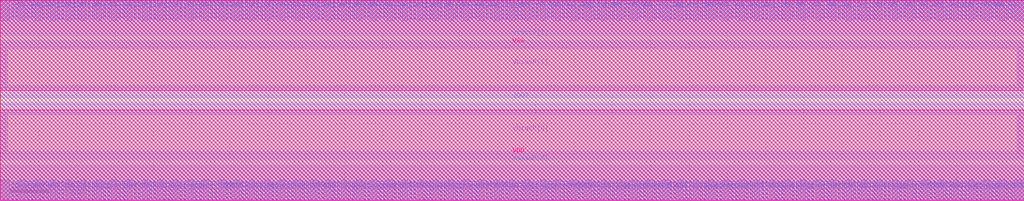
<source format=lef>
VERSION 5.7 ;
  NOWIREEXTENSIONATPIN ON ;
  DIVIDERCHAR "/" ;
  BUSBITCHARS "[]" ;
MACRO dac128module
  CLASS BLOCK ;
  FOREIGN dac128module ;
  ORIGIN 0.000 0.070 ;
  SIZE 133.800 BY 26.330 ;
  PIN VbiasP[1]
    ANTENNAGATEAREA 478.500000 ;
    ANTENNADIFFAREA 5.010000 ;
    PORT
      LAYER Metal1 ;
        RECT 0.900 14.950 132.900 19.880 ;
    END
  END VbiasP[1]
  PIN IOUT
    ANTENNADIFFAREA 66.047997 ;
    PORT
      LAYER Metal1 ;
        RECT 0.000 12.745 133.800 13.445 ;
    END
  END IOUT
  PIN VbiasP[0]
    ANTENNAGATEAREA 478.500000 ;
    ANTENNADIFFAREA 5.010000 ;
    PORT
      LAYER Metal1 ;
        RECT 0.900 6.310 132.900 11.240 ;
    END
  END VbiasP[0]
  PIN ON[64]
    ANTENNAGATEAREA 0.039000 ;
    PORT
      LAYER Metal2 ;
        RECT 130.030 23.715 130.320 26.190 ;
    END
  END ON[64]
  PIN ONB[64]
    ANTENNAGATEAREA 0.039000 ;
    PORT
      LAYER Metal2 ;
        RECT 129.480 23.715 129.770 26.190 ;
    END
  END ONB[64]
  PIN ON[65]
    ANTENNAGATEAREA 0.039000 ;
    PORT
      LAYER Metal2 ;
        RECT 128.030 23.715 128.320 26.190 ;
    END
  END ON[65]
  PIN ONB[65]
    ANTENNAGATEAREA 0.039000 ;
    PORT
      LAYER Metal2 ;
        RECT 127.480 23.715 127.770 26.190 ;
    END
  END ONB[65]
  PIN ON[66]
    ANTENNAGATEAREA 0.039000 ;
    PORT
      LAYER Metal2 ;
        RECT 126.030 23.715 126.320 26.190 ;
    END
  END ON[66]
  PIN ONB[66]
    ANTENNAGATEAREA 0.039000 ;
    PORT
      LAYER Metal2 ;
        RECT 125.480 23.715 125.770 26.190 ;
    END
  END ONB[66]
  PIN ON[67]
    ANTENNAGATEAREA 0.039000 ;
    PORT
      LAYER Metal2 ;
        RECT 124.030 23.715 124.320 26.190 ;
    END
  END ON[67]
  PIN ONB[67]
    ANTENNAGATEAREA 0.039000 ;
    PORT
      LAYER Metal2 ;
        RECT 123.480 23.715 123.770 26.190 ;
    END
  END ONB[67]
  PIN ON[68]
    ANTENNAGATEAREA 0.039000 ;
    PORT
      LAYER Metal2 ;
        RECT 122.030 23.715 122.320 26.190 ;
    END
  END ON[68]
  PIN ONB[68]
    ANTENNAGATEAREA 0.039000 ;
    PORT
      LAYER Metal2 ;
        RECT 121.480 23.715 121.770 26.190 ;
    END
  END ONB[68]
  PIN ON[69]
    ANTENNAGATEAREA 0.039000 ;
    PORT
      LAYER Metal2 ;
        RECT 120.030 23.715 120.320 26.190 ;
    END
  END ON[69]
  PIN ONB[69]
    ANTENNAGATEAREA 0.039000 ;
    PORT
      LAYER Metal2 ;
        RECT 119.480 23.715 119.770 26.190 ;
    END
  END ONB[69]
  PIN ON[70]
    ANTENNAGATEAREA 0.039000 ;
    PORT
      LAYER Metal2 ;
        RECT 118.030 23.715 118.320 26.190 ;
    END
  END ON[70]
  PIN ONB[70]
    ANTENNAGATEAREA 0.039000 ;
    PORT
      LAYER Metal2 ;
        RECT 117.480 23.715 117.770 26.190 ;
    END
  END ONB[70]
  PIN ON[71]
    ANTENNAGATEAREA 0.039000 ;
    PORT
      LAYER Metal2 ;
        RECT 116.030 23.715 116.320 26.190 ;
    END
  END ON[71]
  PIN ONB[71]
    ANTENNAGATEAREA 0.039000 ;
    PORT
      LAYER Metal2 ;
        RECT 115.480 23.715 115.770 26.190 ;
    END
  END ONB[71]
  PIN ON[72]
    ANTENNAGATEAREA 0.039000 ;
    PORT
      LAYER Metal2 ;
        RECT 114.030 23.715 114.320 26.190 ;
    END
  END ON[72]
  PIN ONB[72]
    ANTENNAGATEAREA 0.039000 ;
    PORT
      LAYER Metal2 ;
        RECT 113.480 23.715 113.770 26.190 ;
    END
  END ONB[72]
  PIN EN[2]
    ANTENNAGATEAREA 0.039000 ;
    PORT
      LAYER Metal2 ;
        RECT 132.030 23.715 132.320 26.190 ;
    END
  END EN[2]
  PIN ENB[2]
    ANTENNAGATEAREA 0.039000 ;
    PORT
      LAYER Metal2 ;
        RECT 131.480 23.715 131.770 26.190 ;
    END
  END ENB[2]
  PIN ON[73]
    ANTENNAGATEAREA 0.039000 ;
    PORT
      LAYER Metal2 ;
        RECT 112.030 23.715 112.320 26.190 ;
    END
  END ON[73]
  PIN ONB[73]
    ANTENNAGATEAREA 0.039000 ;
    PORT
      LAYER Metal2 ;
        RECT 111.480 23.715 111.770 26.190 ;
    END
  END ONB[73]
  PIN ON[74]
    ANTENNAGATEAREA 0.039000 ;
    PORT
      LAYER Metal2 ;
        RECT 110.030 23.715 110.320 26.190 ;
    END
  END ON[74]
  PIN ONB[74]
    ANTENNAGATEAREA 0.039000 ;
    PORT
      LAYER Metal2 ;
        RECT 109.480 23.715 109.770 26.190 ;
    END
  END ONB[74]
  PIN ON[75]
    ANTENNAGATEAREA 0.039000 ;
    PORT
      LAYER Metal2 ;
        RECT 108.030 23.715 108.320 26.190 ;
    END
  END ON[75]
  PIN ONB[75]
    ANTENNAGATEAREA 0.039000 ;
    PORT
      LAYER Metal2 ;
        RECT 107.480 23.715 107.770 26.190 ;
    END
  END ONB[75]
  PIN ON[76]
    ANTENNAGATEAREA 0.039000 ;
    PORT
      LAYER Metal2 ;
        RECT 106.030 23.715 106.320 26.190 ;
    END
  END ON[76]
  PIN ONB[76]
    ANTENNAGATEAREA 0.039000 ;
    PORT
      LAYER Metal2 ;
        RECT 105.480 23.715 105.770 26.190 ;
    END
  END ONB[76]
  PIN ON[77]
    ANTENNAGATEAREA 0.039000 ;
    PORT
      LAYER Metal2 ;
        RECT 104.030 23.715 104.320 26.190 ;
    END
  END ON[77]
  PIN ONB[77]
    ANTENNAGATEAREA 0.039000 ;
    PORT
      LAYER Metal2 ;
        RECT 103.480 23.715 103.770 26.190 ;
    END
  END ONB[77]
  PIN ON[78]
    ANTENNAGATEAREA 0.039000 ;
    PORT
      LAYER Metal2 ;
        RECT 102.030 23.715 102.320 26.190 ;
    END
  END ON[78]
  PIN ONB[78]
    ANTENNAGATEAREA 0.039000 ;
    PORT
      LAYER Metal2 ;
        RECT 101.480 23.715 101.770 26.190 ;
    END
  END ONB[78]
  PIN ON[79]
    ANTENNAGATEAREA 0.039000 ;
    PORT
      LAYER Metal2 ;
        RECT 100.030 23.715 100.320 26.190 ;
    END
  END ON[79]
  PIN ONB[79]
    ANTENNAGATEAREA 0.039000 ;
    PORT
      LAYER Metal2 ;
        RECT 99.480 23.715 99.770 26.190 ;
    END
  END ONB[79]
  PIN ON[80]
    ANTENNAGATEAREA 0.039000 ;
    PORT
      LAYER Metal2 ;
        RECT 98.030 23.715 98.320 26.190 ;
    END
  END ON[80]
  PIN ONB[80]
    ANTENNAGATEAREA 0.039000 ;
    PORT
      LAYER Metal2 ;
        RECT 97.480 23.715 97.770 26.190 ;
    END
  END ONB[80]
  PIN ON[81]
    ANTENNAGATEAREA 0.039000 ;
    PORT
      LAYER Metal2 ;
        RECT 96.030 23.715 96.320 26.190 ;
    END
  END ON[81]
  PIN ONB[81]
    ANTENNAGATEAREA 0.039000 ;
    PORT
      LAYER Metal2 ;
        RECT 95.480 23.715 95.770 26.190 ;
    END
  END ONB[81]
  PIN ON[82]
    ANTENNAGATEAREA 0.039000 ;
    PORT
      LAYER Metal2 ;
        RECT 94.030 23.715 94.320 26.190 ;
    END
  END ON[82]
  PIN ONB[82]
    ANTENNAGATEAREA 0.039000 ;
    PORT
      LAYER Metal2 ;
        RECT 93.480 23.715 93.770 26.190 ;
    END
  END ONB[82]
  PIN ON[83]
    ANTENNAGATEAREA 0.039000 ;
    PORT
      LAYER Metal2 ;
        RECT 92.030 23.715 92.320 26.190 ;
    END
  END ON[83]
  PIN ONB[83]
    ANTENNAGATEAREA 0.039000 ;
    PORT
      LAYER Metal2 ;
        RECT 91.480 23.715 91.770 26.190 ;
    END
  END ONB[83]
  PIN ON[84]
    ANTENNAGATEAREA 0.039000 ;
    PORT
      LAYER Metal2 ;
        RECT 90.030 23.715 90.320 26.190 ;
    END
  END ON[84]
  PIN ONB[84]
    ANTENNAGATEAREA 0.039000 ;
    PORT
      LAYER Metal2 ;
        RECT 89.480 23.715 89.770 26.190 ;
    END
  END ONB[84]
  PIN ON[85]
    ANTENNAGATEAREA 0.039000 ;
    PORT
      LAYER Metal2 ;
        RECT 88.030 23.715 88.320 26.190 ;
    END
  END ON[85]
  PIN ONB[85]
    ANTENNAGATEAREA 0.039000 ;
    PORT
      LAYER Metal2 ;
        RECT 87.480 23.715 87.770 26.190 ;
    END
  END ONB[85]
  PIN ON[86]
    ANTENNAGATEAREA 0.039000 ;
    PORT
      LAYER Metal2 ;
        RECT 86.030 23.715 86.320 26.190 ;
    END
  END ON[86]
  PIN ONB[86]
    ANTENNAGATEAREA 0.039000 ;
    PORT
      LAYER Metal2 ;
        RECT 85.480 23.715 85.770 26.190 ;
    END
  END ONB[86]
  PIN ON[87]
    ANTENNAGATEAREA 0.039000 ;
    PORT
      LAYER Metal2 ;
        RECT 84.030 23.715 84.320 26.190 ;
    END
  END ON[87]
  PIN ONB[87]
    ANTENNAGATEAREA 0.039000 ;
    PORT
      LAYER Metal2 ;
        RECT 83.480 23.715 83.770 26.190 ;
    END
  END ONB[87]
  PIN ON[88]
    ANTENNAGATEAREA 0.039000 ;
    PORT
      LAYER Metal2 ;
        RECT 82.030 23.715 82.320 26.190 ;
    END
  END ON[88]
  PIN ONB[88]
    ANTENNAGATEAREA 0.039000 ;
    PORT
      LAYER Metal2 ;
        RECT 81.480 23.715 81.770 26.190 ;
    END
  END ONB[88]
  PIN ON[89]
    ANTENNAGATEAREA 0.039000 ;
    PORT
      LAYER Metal2 ;
        RECT 80.030 23.715 80.320 26.190 ;
    END
  END ON[89]
  PIN ONB[89]
    ANTENNAGATEAREA 0.039000 ;
    PORT
      LAYER Metal2 ;
        RECT 79.480 23.715 79.770 26.190 ;
    END
  END ONB[89]
  PIN ON[90]
    ANTENNAGATEAREA 0.039000 ;
    PORT
      LAYER Metal2 ;
        RECT 78.030 23.715 78.320 26.190 ;
    END
  END ON[90]
  PIN ONB[90]
    ANTENNAGATEAREA 0.039000 ;
    PORT
      LAYER Metal2 ;
        RECT 77.480 23.715 77.770 26.190 ;
    END
  END ONB[90]
  PIN ON[91]
    ANTENNAGATEAREA 0.039000 ;
    PORT
      LAYER Metal2 ;
        RECT 76.030 23.715 76.320 26.190 ;
    END
  END ON[91]
  PIN ONB[91]
    ANTENNAGATEAREA 0.039000 ;
    PORT
      LAYER Metal2 ;
        RECT 75.480 23.715 75.770 26.190 ;
    END
  END ONB[91]
  PIN ON[92]
    ANTENNAGATEAREA 0.039000 ;
    PORT
      LAYER Metal2 ;
        RECT 74.030 23.715 74.320 26.190 ;
    END
  END ON[92]
  PIN ONB[92]
    ANTENNAGATEAREA 0.039000 ;
    PORT
      LAYER Metal2 ;
        RECT 73.480 23.715 73.770 26.190 ;
    END
  END ONB[92]
  PIN ON[93]
    ANTENNAGATEAREA 0.039000 ;
    PORT
      LAYER Metal2 ;
        RECT 72.030 23.715 72.320 26.190 ;
    END
  END ON[93]
  PIN ONB[93]
    ANTENNAGATEAREA 0.039000 ;
    PORT
      LAYER Metal2 ;
        RECT 71.480 23.715 71.770 26.190 ;
    END
  END ONB[93]
  PIN ON[94]
    ANTENNAGATEAREA 0.039000 ;
    PORT
      LAYER Metal2 ;
        RECT 70.030 23.715 70.320 26.190 ;
    END
  END ON[94]
  PIN ONB[94]
    ANTENNAGATEAREA 0.039000 ;
    PORT
      LAYER Metal2 ;
        RECT 69.480 23.715 69.770 26.190 ;
    END
  END ONB[94]
  PIN ON[95]
    ANTENNAGATEAREA 0.039000 ;
    PORT
      LAYER Metal2 ;
        RECT 68.030 23.715 68.320 26.190 ;
    END
  END ON[95]
  PIN ONB[95]
    ANTENNAGATEAREA 0.039000 ;
    PORT
      LAYER Metal2 ;
        RECT 67.480 23.715 67.770 26.190 ;
    END
  END ONB[95]
  PIN ON[96]
    ANTENNAGATEAREA 0.039000 ;
    PORT
      LAYER Metal2 ;
        RECT 66.030 23.715 66.320 26.190 ;
    END
  END ON[96]
  PIN ONB[96]
    ANTENNAGATEAREA 0.039000 ;
    PORT
      LAYER Metal2 ;
        RECT 65.480 23.715 65.770 26.190 ;
    END
  END ONB[96]
  PIN ON[97]
    ANTENNAGATEAREA 0.039000 ;
    PORT
      LAYER Metal2 ;
        RECT 64.030 23.715 64.320 26.190 ;
    END
  END ON[97]
  PIN ONB[97]
    ANTENNAGATEAREA 0.039000 ;
    PORT
      LAYER Metal2 ;
        RECT 63.480 23.715 63.770 26.190 ;
    END
  END ONB[97]
  PIN ON[98]
    ANTENNAGATEAREA 0.039000 ;
    PORT
      LAYER Metal2 ;
        RECT 62.030 23.715 62.320 26.190 ;
    END
  END ON[98]
  PIN ONB[98]
    ANTENNAGATEAREA 0.039000 ;
    PORT
      LAYER Metal2 ;
        RECT 61.480 23.715 61.770 26.190 ;
    END
  END ONB[98]
  PIN ON[99]
    ANTENNAGATEAREA 0.039000 ;
    PORT
      LAYER Metal2 ;
        RECT 60.030 23.715 60.320 26.190 ;
    END
  END ON[99]
  PIN ONB[99]
    ANTENNAGATEAREA 0.039000 ;
    PORT
      LAYER Metal2 ;
        RECT 59.480 23.715 59.770 26.190 ;
    END
  END ONB[99]
  PIN ON[100]
    ANTENNAGATEAREA 0.039000 ;
    PORT
      LAYER Metal2 ;
        RECT 58.030 23.715 58.320 26.190 ;
    END
  END ON[100]
  PIN ONB[100]
    ANTENNAGATEAREA 0.039000 ;
    PORT
      LAYER Metal2 ;
        RECT 57.480 23.715 57.770 26.190 ;
    END
  END ONB[100]
  PIN ON[101]
    ANTENNAGATEAREA 0.039000 ;
    PORT
      LAYER Metal2 ;
        RECT 56.030 23.715 56.320 26.190 ;
    END
  END ON[101]
  PIN ONB[101]
    ANTENNAGATEAREA 0.039000 ;
    PORT
      LAYER Metal2 ;
        RECT 55.480 23.715 55.770 26.190 ;
    END
  END ONB[101]
  PIN ON[102]
    ANTENNAGATEAREA 0.039000 ;
    PORT
      LAYER Metal2 ;
        RECT 54.030 23.715 54.320 26.190 ;
    END
  END ON[102]
  PIN ONB[102]
    ANTENNAGATEAREA 0.039000 ;
    PORT
      LAYER Metal2 ;
        RECT 53.480 23.715 53.770 26.190 ;
    END
  END ONB[102]
  PIN ON[103]
    ANTENNAGATEAREA 0.039000 ;
    PORT
      LAYER Metal2 ;
        RECT 52.030 23.715 52.320 26.190 ;
    END
  END ON[103]
  PIN ONB[103]
    ANTENNAGATEAREA 0.039000 ;
    PORT
      LAYER Metal2 ;
        RECT 51.480 23.715 51.770 26.190 ;
    END
  END ONB[103]
  PIN ON[104]
    ANTENNAGATEAREA 0.039000 ;
    PORT
      LAYER Metal2 ;
        RECT 50.030 23.715 50.320 26.190 ;
    END
  END ON[104]
  PIN ONB[104]
    ANTENNAGATEAREA 0.039000 ;
    PORT
      LAYER Metal2 ;
        RECT 49.480 23.715 49.770 26.190 ;
    END
  END ONB[104]
  PIN ON[105]
    ANTENNAGATEAREA 0.039000 ;
    PORT
      LAYER Metal2 ;
        RECT 48.030 23.715 48.320 26.190 ;
    END
  END ON[105]
  PIN ONB[105]
    ANTENNAGATEAREA 0.039000 ;
    PORT
      LAYER Metal2 ;
        RECT 47.480 23.715 47.770 26.190 ;
    END
  END ONB[105]
  PIN ON[106]
    ANTENNAGATEAREA 0.039000 ;
    PORT
      LAYER Metal2 ;
        RECT 46.030 23.715 46.320 26.190 ;
    END
  END ON[106]
  PIN ONB[106]
    ANTENNAGATEAREA 0.039000 ;
    PORT
      LAYER Metal2 ;
        RECT 45.480 23.715 45.770 26.190 ;
    END
  END ONB[106]
  PIN ON[107]
    ANTENNAGATEAREA 0.039000 ;
    PORT
      LAYER Metal2 ;
        RECT 44.030 23.715 44.320 26.190 ;
    END
  END ON[107]
  PIN ONB[107]
    ANTENNAGATEAREA 0.039000 ;
    PORT
      LAYER Metal2 ;
        RECT 43.480 23.715 43.770 26.190 ;
    END
  END ONB[107]
  PIN ON[108]
    ANTENNAGATEAREA 0.039000 ;
    PORT
      LAYER Metal2 ;
        RECT 42.030 23.715 42.320 26.190 ;
    END
  END ON[108]
  PIN ONB[108]
    ANTENNAGATEAREA 0.039000 ;
    PORT
      LAYER Metal2 ;
        RECT 41.480 23.715 41.770 26.190 ;
    END
  END ONB[108]
  PIN ON[109]
    ANTENNAGATEAREA 0.039000 ;
    PORT
      LAYER Metal2 ;
        RECT 40.030 23.715 40.320 26.190 ;
    END
  END ON[109]
  PIN ONB[109]
    ANTENNAGATEAREA 0.039000 ;
    PORT
      LAYER Metal2 ;
        RECT 39.480 23.715 39.770 26.190 ;
    END
  END ONB[109]
  PIN ON[110]
    ANTENNAGATEAREA 0.039000 ;
    PORT
      LAYER Metal2 ;
        RECT 38.030 23.715 38.320 26.190 ;
    END
  END ON[110]
  PIN ONB[110]
    ANTENNAGATEAREA 0.039000 ;
    PORT
      LAYER Metal2 ;
        RECT 37.480 23.715 37.770 26.190 ;
    END
  END ONB[110]
  PIN ON[111]
    ANTENNAGATEAREA 0.039000 ;
    PORT
      LAYER Metal2 ;
        RECT 36.030 23.715 36.320 26.190 ;
    END
  END ON[111]
  PIN ONB[111]
    ANTENNAGATEAREA 0.039000 ;
    PORT
      LAYER Metal2 ;
        RECT 35.480 23.715 35.770 26.190 ;
    END
  END ONB[111]
  PIN ON[112]
    ANTENNAGATEAREA 0.039000 ;
    PORT
      LAYER Metal2 ;
        RECT 34.030 23.715 34.320 26.190 ;
    END
  END ON[112]
  PIN ONB[112]
    ANTENNAGATEAREA 0.039000 ;
    PORT
      LAYER Metal2 ;
        RECT 33.480 23.715 33.770 26.190 ;
    END
  END ONB[112]
  PIN ON[113]
    ANTENNAGATEAREA 0.039000 ;
    PORT
      LAYER Metal2 ;
        RECT 32.030 23.715 32.320 26.190 ;
    END
  END ON[113]
  PIN ONB[113]
    ANTENNAGATEAREA 0.039000 ;
    PORT
      LAYER Metal2 ;
        RECT 31.480 23.715 31.770 26.190 ;
    END
  END ONB[113]
  PIN ON[114]
    ANTENNAGATEAREA 0.039000 ;
    PORT
      LAYER Metal2 ;
        RECT 30.030 23.715 30.320 26.190 ;
    END
  END ON[114]
  PIN ONB[114]
    ANTENNAGATEAREA 0.039000 ;
    PORT
      LAYER Metal2 ;
        RECT 29.480 23.715 29.770 26.190 ;
    END
  END ONB[114]
  PIN ON[115]
    ANTENNAGATEAREA 0.039000 ;
    PORT
      LAYER Metal2 ;
        RECT 28.030 23.715 28.320 26.190 ;
    END
  END ON[115]
  PIN ONB[115]
    ANTENNAGATEAREA 0.039000 ;
    PORT
      LAYER Metal2 ;
        RECT 27.480 23.715 27.770 26.190 ;
    END
  END ONB[115]
  PIN ON[116]
    ANTENNAGATEAREA 0.039000 ;
    PORT
      LAYER Metal2 ;
        RECT 26.030 23.715 26.320 26.190 ;
    END
  END ON[116]
  PIN ONB[116]
    ANTENNAGATEAREA 0.039000 ;
    PORT
      LAYER Metal2 ;
        RECT 25.480 23.715 25.770 26.190 ;
    END
  END ONB[116]
  PIN ON[117]
    ANTENNAGATEAREA 0.039000 ;
    PORT
      LAYER Metal2 ;
        RECT 24.030 23.715 24.320 26.190 ;
    END
  END ON[117]
  PIN ONB[117]
    ANTENNAGATEAREA 0.039000 ;
    PORT
      LAYER Metal2 ;
        RECT 23.480 23.715 23.770 26.190 ;
    END
  END ONB[117]
  PIN ON[118]
    ANTENNAGATEAREA 0.039000 ;
    PORT
      LAYER Metal2 ;
        RECT 22.030 23.715 22.320 26.190 ;
    END
  END ON[118]
  PIN ONB[118]
    ANTENNAGATEAREA 0.039000 ;
    PORT
      LAYER Metal2 ;
        RECT 21.480 23.715 21.770 26.190 ;
    END
  END ONB[118]
  PIN ON[119]
    ANTENNAGATEAREA 0.039000 ;
    PORT
      LAYER Metal2 ;
        RECT 20.030 23.715 20.320 26.190 ;
    END
  END ON[119]
  PIN ONB[119]
    ANTENNAGATEAREA 0.039000 ;
    PORT
      LAYER Metal2 ;
        RECT 19.480 23.715 19.770 26.190 ;
    END
  END ONB[119]
  PIN ON[120]
    ANTENNAGATEAREA 0.039000 ;
    PORT
      LAYER Metal2 ;
        RECT 18.030 23.715 18.320 26.190 ;
    END
  END ON[120]
  PIN ONB[120]
    ANTENNAGATEAREA 0.039000 ;
    PORT
      LAYER Metal2 ;
        RECT 17.480 23.715 17.770 26.190 ;
    END
  END ONB[120]
  PIN ON[121]
    ANTENNAGATEAREA 0.039000 ;
    PORT
      LAYER Metal2 ;
        RECT 16.030 23.715 16.320 26.190 ;
    END
  END ON[121]
  PIN ONB[121]
    ANTENNAGATEAREA 0.039000 ;
    PORT
      LAYER Metal2 ;
        RECT 15.480 23.715 15.770 26.190 ;
    END
  END ONB[121]
  PIN ON[122]
    ANTENNAGATEAREA 0.039000 ;
    PORT
      LAYER Metal2 ;
        RECT 14.030 23.715 14.320 26.190 ;
    END
  END ON[122]
  PIN ONB[122]
    ANTENNAGATEAREA 0.039000 ;
    PORT
      LAYER Metal2 ;
        RECT 13.480 23.715 13.770 26.190 ;
    END
  END ONB[122]
  PIN EN[3]
    ANTENNAGATEAREA 0.039000 ;
    PORT
      LAYER Metal2 ;
        RECT 2.030 23.715 2.320 26.190 ;
    END
  END EN[3]
  PIN ENB[3]
    ANTENNAGATEAREA 0.039000 ;
    PORT
      LAYER Metal2 ;
        RECT 1.480 23.715 1.770 26.190 ;
    END
  END ENB[3]
  PIN ON[123]
    ANTENNAGATEAREA 0.039000 ;
    PORT
      LAYER Metal2 ;
        RECT 12.030 23.715 12.320 26.190 ;
    END
  END ON[123]
  PIN ONB[123]
    ANTENNAGATEAREA 0.039000 ;
    PORT
      LAYER Metal2 ;
        RECT 11.480 23.715 11.770 26.190 ;
    END
  END ONB[123]
  PIN ON[124]
    ANTENNAGATEAREA 0.039000 ;
    PORT
      LAYER Metal2 ;
        RECT 10.030 23.715 10.320 26.190 ;
    END
  END ON[124]
  PIN ONB[124]
    ANTENNAGATEAREA 0.039000 ;
    PORT
      LAYER Metal2 ;
        RECT 9.480 23.715 9.770 26.190 ;
    END
  END ONB[124]
  PIN ON[125]
    ANTENNAGATEAREA 0.039000 ;
    PORT
      LAYER Metal2 ;
        RECT 8.030 23.715 8.320 26.190 ;
    END
  END ON[125]
  PIN ONB[125]
    ANTENNAGATEAREA 0.039000 ;
    PORT
      LAYER Metal2 ;
        RECT 7.480 23.715 7.770 26.190 ;
    END
  END ONB[125]
  PIN ON[126]
    ANTENNAGATEAREA 0.039000 ;
    PORT
      LAYER Metal2 ;
        RECT 6.030 23.715 6.320 26.190 ;
    END
  END ON[126]
  PIN ONB[126]
    ANTENNAGATEAREA 0.039000 ;
    PORT
      LAYER Metal2 ;
        RECT 5.480 23.715 5.770 26.190 ;
    END
  END ONB[126]
  PIN ON[127]
    ANTENNAGATEAREA 0.039000 ;
    PORT
      LAYER Metal2 ;
        RECT 4.030 23.715 4.320 26.190 ;
    END
  END ON[127]
  PIN ONB[127]
    ANTENNAGATEAREA 0.039000 ;
    PORT
      LAYER Metal2 ;
        RECT 3.480 23.715 3.770 26.190 ;
    END
  END ONB[127]
  PIN ON[0]
    ANTENNAGATEAREA 0.039000 ;
    PORT
      LAYER Metal2 ;
        RECT 3.480 0.000 3.770 2.475 ;
    END
  END ON[0]
  PIN ONB[0]
    ANTENNAGATEAREA 0.039000 ;
    PORT
      LAYER Metal2 ;
        RECT 4.030 0.000 4.320 2.475 ;
    END
  END ONB[0]
  PIN ON[1]
    ANTENNAGATEAREA 0.039000 ;
    PORT
      LAYER Metal2 ;
        RECT 5.480 0.000 5.770 2.475 ;
    END
  END ON[1]
  PIN ONB[1]
    ANTENNAGATEAREA 0.039000 ;
    PORT
      LAYER Metal2 ;
        RECT 6.030 0.000 6.320 2.475 ;
    END
  END ONB[1]
  PIN ON[2]
    ANTENNAGATEAREA 0.039000 ;
    PORT
      LAYER Metal2 ;
        RECT 7.480 0.000 7.770 2.475 ;
    END
  END ON[2]
  PIN ONB[2]
    ANTENNAGATEAREA 0.039000 ;
    PORT
      LAYER Metal2 ;
        RECT 8.030 0.000 8.320 2.475 ;
    END
  END ONB[2]
  PIN ON[3]
    ANTENNAGATEAREA 0.039000 ;
    PORT
      LAYER Metal2 ;
        RECT 9.480 0.000 9.770 2.475 ;
    END
  END ON[3]
  PIN ONB[3]
    ANTENNAGATEAREA 0.039000 ;
    PORT
      LAYER Metal2 ;
        RECT 10.030 0.000 10.320 2.475 ;
    END
  END ONB[3]
  PIN ON[4]
    ANTENNAGATEAREA 0.039000 ;
    PORT
      LAYER Metal2 ;
        RECT 11.480 0.000 11.770 2.475 ;
    END
  END ON[4]
  PIN ONB[4]
    ANTENNAGATEAREA 0.039000 ;
    PORT
      LAYER Metal2 ;
        RECT 12.030 0.000 12.320 2.475 ;
    END
  END ONB[4]
  PIN ON[5]
    ANTENNAGATEAREA 0.039000 ;
    PORT
      LAYER Metal2 ;
        RECT 13.480 0.000 13.770 2.475 ;
    END
  END ON[5]
  PIN ONB[5]
    ANTENNAGATEAREA 0.039000 ;
    PORT
      LAYER Metal2 ;
        RECT 14.030 0.000 14.320 2.475 ;
    END
  END ONB[5]
  PIN ON[6]
    ANTENNAGATEAREA 0.039000 ;
    PORT
      LAYER Metal2 ;
        RECT 15.480 0.000 15.770 2.475 ;
    END
  END ON[6]
  PIN EN[0]
    ANTENNAGATEAREA 0.039000 ;
    PORT
      LAYER Metal2 ;
        RECT 1.480 0.000 1.770 2.475 ;
    END
  END EN[0]
  PIN ENB[0]
    ANTENNAGATEAREA 0.039000 ;
    PORT
      LAYER Metal2 ;
        RECT 2.030 0.000 2.320 2.475 ;
    END
  END ENB[0]
  PIN ONB[6]
    ANTENNAGATEAREA 0.039000 ;
    PORT
      LAYER Metal2 ;
        RECT 16.030 0.000 16.320 2.475 ;
    END
  END ONB[6]
  PIN ON[7]
    ANTENNAGATEAREA 0.039000 ;
    PORT
      LAYER Metal2 ;
        RECT 17.480 0.000 17.770 2.475 ;
    END
  END ON[7]
  PIN ONB[7]
    ANTENNAGATEAREA 0.039000 ;
    PORT
      LAYER Metal2 ;
        RECT 18.030 0.000 18.320 2.475 ;
    END
  END ONB[7]
  PIN ON[8]
    ANTENNAGATEAREA 0.039000 ;
    PORT
      LAYER Metal2 ;
        RECT 19.480 0.000 19.770 2.475 ;
    END
  END ON[8]
  PIN ONB[8]
    ANTENNAGATEAREA 0.039000 ;
    PORT
      LAYER Metal2 ;
        RECT 20.030 0.000 20.320 2.475 ;
    END
  END ONB[8]
  PIN ON[9]
    ANTENNAGATEAREA 0.039000 ;
    PORT
      LAYER Metal2 ;
        RECT 21.480 0.000 21.770 2.475 ;
    END
  END ON[9]
  PIN ONB[9]
    ANTENNAGATEAREA 0.039000 ;
    PORT
      LAYER Metal2 ;
        RECT 22.030 0.000 22.320 2.475 ;
    END
  END ONB[9]
  PIN ON[10]
    ANTENNAGATEAREA 0.039000 ;
    PORT
      LAYER Metal2 ;
        RECT 23.480 0.000 23.770 2.475 ;
    END
  END ON[10]
  PIN ONB[10]
    ANTENNAGATEAREA 0.039000 ;
    PORT
      LAYER Metal2 ;
        RECT 24.030 0.000 24.320 2.475 ;
    END
  END ONB[10]
  PIN ON[11]
    ANTENNAGATEAREA 0.039000 ;
    PORT
      LAYER Metal2 ;
        RECT 25.480 0.000 25.770 2.475 ;
    END
  END ON[11]
  PIN ONB[11]
    ANTENNAGATEAREA 0.039000 ;
    PORT
      LAYER Metal2 ;
        RECT 26.030 0.000 26.320 2.475 ;
    END
  END ONB[11]
  PIN ON[12]
    ANTENNAGATEAREA 0.039000 ;
    PORT
      LAYER Metal2 ;
        RECT 27.480 0.000 27.770 2.475 ;
    END
  END ON[12]
  PIN ONB[12]
    ANTENNAGATEAREA 0.039000 ;
    PORT
      LAYER Metal2 ;
        RECT 28.030 0.000 28.320 2.475 ;
    END
  END ONB[12]
  PIN ON[13]
    ANTENNAGATEAREA 0.039000 ;
    PORT
      LAYER Metal2 ;
        RECT 29.480 0.000 29.770 2.475 ;
    END
  END ON[13]
  PIN ONB[13]
    ANTENNAGATEAREA 0.039000 ;
    PORT
      LAYER Metal2 ;
        RECT 30.030 0.000 30.320 2.475 ;
    END
  END ONB[13]
  PIN ON[14]
    ANTENNAGATEAREA 0.039000 ;
    PORT
      LAYER Metal2 ;
        RECT 31.480 0.000 31.770 2.475 ;
    END
  END ON[14]
  PIN ONB[14]
    ANTENNAGATEAREA 0.039000 ;
    PORT
      LAYER Metal2 ;
        RECT 32.030 0.000 32.320 2.475 ;
    END
  END ONB[14]
  PIN ON[15]
    ANTENNAGATEAREA 0.039000 ;
    PORT
      LAYER Metal2 ;
        RECT 33.480 0.000 33.770 2.475 ;
    END
  END ON[15]
  PIN ONB[15]
    ANTENNAGATEAREA 0.039000 ;
    PORT
      LAYER Metal2 ;
        RECT 34.030 0.000 34.320 2.475 ;
    END
  END ONB[15]
  PIN ON[16]
    ANTENNAGATEAREA 0.039000 ;
    PORT
      LAYER Metal2 ;
        RECT 35.480 0.000 35.770 2.475 ;
    END
  END ON[16]
  PIN ONB[16]
    ANTENNAGATEAREA 0.039000 ;
    PORT
      LAYER Metal2 ;
        RECT 36.030 0.000 36.320 2.475 ;
    END
  END ONB[16]
  PIN ON[17]
    ANTENNAGATEAREA 0.039000 ;
    PORT
      LAYER Metal2 ;
        RECT 37.480 0.000 37.770 2.475 ;
    END
  END ON[17]
  PIN ONB[17]
    ANTENNAGATEAREA 0.039000 ;
    PORT
      LAYER Metal2 ;
        RECT 38.030 0.000 38.320 2.475 ;
    END
  END ONB[17]
  PIN ON[18]
    ANTENNAGATEAREA 0.039000 ;
    PORT
      LAYER Metal2 ;
        RECT 39.480 0.000 39.770 2.475 ;
    END
  END ON[18]
  PIN ONB[18]
    ANTENNAGATEAREA 0.039000 ;
    PORT
      LAYER Metal2 ;
        RECT 40.030 0.000 40.320 2.475 ;
    END
  END ONB[18]
  PIN ON[19]
    ANTENNAGATEAREA 0.039000 ;
    PORT
      LAYER Metal2 ;
        RECT 41.480 0.000 41.770 2.475 ;
    END
  END ON[19]
  PIN ONB[19]
    ANTENNAGATEAREA 0.039000 ;
    PORT
      LAYER Metal2 ;
        RECT 42.030 0.000 42.320 2.475 ;
    END
  END ONB[19]
  PIN ON[20]
    ANTENNAGATEAREA 0.039000 ;
    PORT
      LAYER Metal2 ;
        RECT 43.480 0.000 43.770 2.475 ;
    END
  END ON[20]
  PIN ONB[20]
    ANTENNAGATEAREA 0.039000 ;
    PORT
      LAYER Metal2 ;
        RECT 44.030 0.000 44.320 2.475 ;
    END
  END ONB[20]
  PIN ON[21]
    ANTENNAGATEAREA 0.039000 ;
    PORT
      LAYER Metal2 ;
        RECT 45.480 0.000 45.770 2.475 ;
    END
  END ON[21]
  PIN ONB[21]
    ANTENNAGATEAREA 0.039000 ;
    PORT
      LAYER Metal2 ;
        RECT 46.030 0.000 46.320 2.475 ;
    END
  END ONB[21]
  PIN ON[22]
    ANTENNAGATEAREA 0.039000 ;
    PORT
      LAYER Metal2 ;
        RECT 47.480 0.000 47.770 2.475 ;
    END
  END ON[22]
  PIN ONB[22]
    ANTENNAGATEAREA 0.039000 ;
    PORT
      LAYER Metal2 ;
        RECT 48.030 0.000 48.320 2.475 ;
    END
  END ONB[22]
  PIN ON[23]
    ANTENNAGATEAREA 0.039000 ;
    PORT
      LAYER Metal2 ;
        RECT 49.480 0.000 49.770 2.475 ;
    END
  END ON[23]
  PIN ONB[23]
    ANTENNAGATEAREA 0.039000 ;
    PORT
      LAYER Metal2 ;
        RECT 50.030 0.000 50.320 2.475 ;
    END
  END ONB[23]
  PIN ON[24]
    ANTENNAGATEAREA 0.039000 ;
    PORT
      LAYER Metal2 ;
        RECT 51.480 0.000 51.770 2.475 ;
    END
  END ON[24]
  PIN ONB[24]
    ANTENNAGATEAREA 0.039000 ;
    PORT
      LAYER Metal2 ;
        RECT 52.030 0.000 52.320 2.475 ;
    END
  END ONB[24]
  PIN ON[25]
    ANTENNAGATEAREA 0.039000 ;
    PORT
      LAYER Metal2 ;
        RECT 53.480 0.000 53.770 2.475 ;
    END
  END ON[25]
  PIN ONB[25]
    ANTENNAGATEAREA 0.039000 ;
    PORT
      LAYER Metal2 ;
        RECT 54.030 0.000 54.320 2.475 ;
    END
  END ONB[25]
  PIN ON[26]
    ANTENNAGATEAREA 0.039000 ;
    PORT
      LAYER Metal2 ;
        RECT 55.480 0.000 55.770 2.475 ;
    END
  END ON[26]
  PIN ONB[26]
    ANTENNAGATEAREA 0.039000 ;
    PORT
      LAYER Metal2 ;
        RECT 56.030 0.000 56.320 2.475 ;
    END
  END ONB[26]
  PIN ON[27]
    ANTENNAGATEAREA 0.039000 ;
    PORT
      LAYER Metal2 ;
        RECT 57.480 0.000 57.770 2.475 ;
    END
  END ON[27]
  PIN ONB[27]
    ANTENNAGATEAREA 0.039000 ;
    PORT
      LAYER Metal2 ;
        RECT 58.030 0.000 58.320 2.475 ;
    END
  END ONB[27]
  PIN ON[28]
    ANTENNAGATEAREA 0.039000 ;
    PORT
      LAYER Metal2 ;
        RECT 59.480 0.000 59.770 2.475 ;
    END
  END ON[28]
  PIN ONB[28]
    ANTENNAGATEAREA 0.039000 ;
    PORT
      LAYER Metal2 ;
        RECT 60.030 0.000 60.320 2.475 ;
    END
  END ONB[28]
  PIN ON[29]
    ANTENNAGATEAREA 0.039000 ;
    PORT
      LAYER Metal2 ;
        RECT 61.480 0.000 61.770 2.475 ;
    END
  END ON[29]
  PIN ONB[29]
    ANTENNAGATEAREA 0.039000 ;
    PORT
      LAYER Metal2 ;
        RECT 62.030 0.000 62.320 2.475 ;
    END
  END ONB[29]
  PIN ON[30]
    ANTENNAGATEAREA 0.039000 ;
    PORT
      LAYER Metal2 ;
        RECT 63.480 0.000 63.770 2.475 ;
    END
  END ON[30]
  PIN ONB[30]
    ANTENNAGATEAREA 0.039000 ;
    PORT
      LAYER Metal2 ;
        RECT 64.030 0.000 64.320 2.475 ;
    END
  END ONB[30]
  PIN ON[31]
    ANTENNAGATEAREA 0.039000 ;
    PORT
      LAYER Metal2 ;
        RECT 65.480 0.000 65.770 2.475 ;
    END
  END ON[31]
  PIN ONB[31]
    ANTENNAGATEAREA 0.039000 ;
    PORT
      LAYER Metal2 ;
        RECT 66.030 0.000 66.320 2.475 ;
    END
  END ONB[31]
  PIN ON[33]
    ANTENNAGATEAREA 0.039000 ;
    PORT
      LAYER Metal2 ;
        RECT 69.480 0.000 69.770 2.475 ;
    END
  END ON[33]
  PIN ONB[33]
    ANTENNAGATEAREA 0.039000 ;
    PORT
      LAYER Metal2 ;
        RECT 70.030 0.000 70.320 2.475 ;
    END
  END ONB[33]
  PIN ON[32]
    ANTENNAGATEAREA 0.039000 ;
    PORT
      LAYER Metal2 ;
        RECT 67.480 0.000 67.770 2.475 ;
    END
  END ON[32]
  PIN ONB[32]
    ANTENNAGATEAREA 0.039000 ;
    PORT
      LAYER Metal2 ;
        RECT 68.030 0.000 68.320 2.475 ;
    END
  END ONB[32]
  PIN ON[34]
    ANTENNAGATEAREA 0.039000 ;
    PORT
      LAYER Metal2 ;
        RECT 71.480 0.000 71.770 2.475 ;
    END
  END ON[34]
  PIN ONB[34]
    ANTENNAGATEAREA 0.039000 ;
    PORT
      LAYER Metal2 ;
        RECT 72.030 0.000 72.320 2.475 ;
    END
  END ONB[34]
  PIN ON[35]
    ANTENNAGATEAREA 0.039000 ;
    PORT
      LAYER Metal2 ;
        RECT 73.480 0.000 73.770 2.475 ;
    END
  END ON[35]
  PIN ONB[35]
    ANTENNAGATEAREA 0.039000 ;
    PORT
      LAYER Metal2 ;
        RECT 74.030 0.000 74.320 2.475 ;
    END
  END ONB[35]
  PIN ON[36]
    ANTENNAGATEAREA 0.039000 ;
    PORT
      LAYER Metal2 ;
        RECT 75.480 0.000 75.770 2.475 ;
    END
  END ON[36]
  PIN ONB[36]
    ANTENNAGATEAREA 0.039000 ;
    PORT
      LAYER Metal2 ;
        RECT 76.030 0.000 76.320 2.475 ;
    END
  END ONB[36]
  PIN ON[37]
    ANTENNAGATEAREA 0.039000 ;
    PORT
      LAYER Metal2 ;
        RECT 77.480 0.000 77.770 2.475 ;
    END
  END ON[37]
  PIN ONB[37]
    ANTENNAGATEAREA 0.039000 ;
    PORT
      LAYER Metal2 ;
        RECT 78.030 0.000 78.320 2.475 ;
    END
  END ONB[37]
  PIN ON[38]
    ANTENNAGATEAREA 0.039000 ;
    PORT
      LAYER Metal2 ;
        RECT 79.480 0.000 79.770 2.475 ;
    END
  END ON[38]
  PIN ONB[38]
    ANTENNAGATEAREA 0.039000 ;
    PORT
      LAYER Metal2 ;
        RECT 80.030 0.000 80.320 2.475 ;
    END
  END ONB[38]
  PIN ON[39]
    ANTENNAGATEAREA 0.039000 ;
    PORT
      LAYER Metal2 ;
        RECT 81.480 0.000 81.770 2.475 ;
    END
  END ON[39]
  PIN ONB[39]
    ANTENNAGATEAREA 0.039000 ;
    PORT
      LAYER Metal2 ;
        RECT 82.030 0.000 82.320 2.475 ;
    END
  END ONB[39]
  PIN ON[40]
    ANTENNAGATEAREA 0.039000 ;
    PORT
      LAYER Metal2 ;
        RECT 83.480 0.000 83.770 2.475 ;
    END
  END ON[40]
  PIN ONB[40]
    ANTENNAGATEAREA 0.039000 ;
    PORT
      LAYER Metal2 ;
        RECT 84.030 0.000 84.320 2.475 ;
    END
  END ONB[40]
  PIN ON[41]
    ANTENNAGATEAREA 0.039000 ;
    PORT
      LAYER Metal2 ;
        RECT 85.480 0.000 85.770 2.475 ;
    END
  END ON[41]
  PIN ONB[41]
    ANTENNAGATEAREA 0.039000 ;
    PORT
      LAYER Metal2 ;
        RECT 86.030 0.000 86.320 2.475 ;
    END
  END ONB[41]
  PIN ON[42]
    ANTENNAGATEAREA 0.039000 ;
    PORT
      LAYER Metal2 ;
        RECT 87.480 0.000 87.770 2.475 ;
    END
  END ON[42]
  PIN ONB[42]
    ANTENNAGATEAREA 0.039000 ;
    PORT
      LAYER Metal2 ;
        RECT 88.030 0.000 88.320 2.475 ;
    END
  END ONB[42]
  PIN ON[43]
    ANTENNAGATEAREA 0.039000 ;
    PORT
      LAYER Metal2 ;
        RECT 89.480 0.000 89.770 2.475 ;
    END
  END ON[43]
  PIN ONB[43]
    ANTENNAGATEAREA 0.039000 ;
    PORT
      LAYER Metal2 ;
        RECT 90.030 0.000 90.320 2.475 ;
    END
  END ONB[43]
  PIN ON[44]
    ANTENNAGATEAREA 0.039000 ;
    PORT
      LAYER Metal2 ;
        RECT 91.480 0.000 91.770 2.475 ;
    END
  END ON[44]
  PIN ONB[44]
    ANTENNAGATEAREA 0.039000 ;
    PORT
      LAYER Metal2 ;
        RECT 92.030 0.000 92.320 2.475 ;
    END
  END ONB[44]
  PIN ON[45]
    ANTENNAGATEAREA 0.039000 ;
    PORT
      LAYER Metal2 ;
        RECT 93.480 0.000 93.770 2.475 ;
    END
  END ON[45]
  PIN ONB[45]
    ANTENNAGATEAREA 0.039000 ;
    PORT
      LAYER Metal2 ;
        RECT 94.030 0.000 94.320 2.475 ;
    END
  END ONB[45]
  PIN ON[46]
    ANTENNAGATEAREA 0.039000 ;
    PORT
      LAYER Metal2 ;
        RECT 95.480 0.000 95.770 2.475 ;
    END
  END ON[46]
  PIN ONB[46]
    ANTENNAGATEAREA 0.039000 ;
    PORT
      LAYER Metal2 ;
        RECT 96.030 0.000 96.320 2.475 ;
    END
  END ONB[46]
  PIN ON[47]
    ANTENNAGATEAREA 0.039000 ;
    PORT
      LAYER Metal2 ;
        RECT 97.480 0.000 97.770 2.475 ;
    END
  END ON[47]
  PIN ONB[47]
    ANTENNAGATEAREA 0.039000 ;
    PORT
      LAYER Metal2 ;
        RECT 98.030 0.000 98.320 2.475 ;
    END
  END ONB[47]
  PIN ON[48]
    ANTENNAGATEAREA 0.039000 ;
    PORT
      LAYER Metal2 ;
        RECT 99.480 0.000 99.770 2.475 ;
    END
  END ON[48]
  PIN ONB[48]
    ANTENNAGATEAREA 0.039000 ;
    PORT
      LAYER Metal2 ;
        RECT 100.030 0.000 100.320 2.475 ;
    END
  END ONB[48]
  PIN ON[49]
    ANTENNAGATEAREA 0.039000 ;
    PORT
      LAYER Metal2 ;
        RECT 101.480 0.000 101.770 2.475 ;
    END
  END ON[49]
  PIN ONB[49]
    ANTENNAGATEAREA 0.039000 ;
    PORT
      LAYER Metal2 ;
        RECT 102.030 0.000 102.320 2.475 ;
    END
  END ONB[49]
  PIN ON[50]
    ANTENNAGATEAREA 0.039000 ;
    PORT
      LAYER Metal2 ;
        RECT 103.480 0.000 103.770 2.475 ;
    END
  END ON[50]
  PIN ONB[50]
    ANTENNAGATEAREA 0.039000 ;
    PORT
      LAYER Metal2 ;
        RECT 104.030 0.000 104.320 2.475 ;
    END
  END ONB[50]
  PIN ON[51]
    ANTENNAGATEAREA 0.039000 ;
    PORT
      LAYER Metal2 ;
        RECT 105.480 0.000 105.770 2.475 ;
    END
  END ON[51]
  PIN ONB[51]
    ANTENNAGATEAREA 0.039000 ;
    PORT
      LAYER Metal2 ;
        RECT 106.030 0.000 106.320 2.475 ;
    END
  END ONB[51]
  PIN ON[52]
    ANTENNAGATEAREA 0.039000 ;
    PORT
      LAYER Metal2 ;
        RECT 107.480 0.000 107.770 2.475 ;
    END
  END ON[52]
  PIN ONB[52]
    ANTENNAGATEAREA 0.039000 ;
    PORT
      LAYER Metal2 ;
        RECT 108.030 0.000 108.320 2.475 ;
    END
  END ONB[52]
  PIN ON[53]
    ANTENNAGATEAREA 0.039000 ;
    PORT
      LAYER Metal2 ;
        RECT 109.480 0.000 109.770 2.475 ;
    END
  END ON[53]
  PIN ONB[53]
    ANTENNAGATEAREA 0.039000 ;
    PORT
      LAYER Metal2 ;
        RECT 110.030 0.000 110.320 2.475 ;
    END
  END ONB[53]
  PIN ON[54]
    ANTENNAGATEAREA 0.039000 ;
    PORT
      LAYER Metal2 ;
        RECT 111.480 0.000 111.770 2.475 ;
    END
  END ON[54]
  PIN ONB[54]
    ANTENNAGATEAREA 0.039000 ;
    PORT
      LAYER Metal2 ;
        RECT 112.030 0.000 112.320 2.475 ;
    END
  END ONB[54]
  PIN ON[55]
    ANTENNAGATEAREA 0.039000 ;
    PORT
      LAYER Metal2 ;
        RECT 113.480 0.000 113.770 2.475 ;
    END
  END ON[55]
  PIN ONB[55]
    ANTENNAGATEAREA 0.039000 ;
    PORT
      LAYER Metal2 ;
        RECT 114.030 0.000 114.320 2.475 ;
    END
  END ONB[55]
  PIN ON[56]
    ANTENNAGATEAREA 0.039000 ;
    PORT
      LAYER Metal2 ;
        RECT 115.480 0.000 115.770 2.475 ;
    END
  END ON[56]
  PIN ONB[56]
    ANTENNAGATEAREA 0.039000 ;
    PORT
      LAYER Metal2 ;
        RECT 116.030 0.000 116.320 2.475 ;
    END
  END ONB[56]
  PIN ON[57]
    ANTENNAGATEAREA 0.039000 ;
    PORT
      LAYER Metal2 ;
        RECT 117.480 0.000 117.770 2.475 ;
    END
  END ON[57]
  PIN ONB[57]
    ANTENNAGATEAREA 0.039000 ;
    PORT
      LAYER Metal2 ;
        RECT 118.030 0.000 118.320 2.475 ;
    END
  END ONB[57]
  PIN ON[58]
    ANTENNAGATEAREA 0.039000 ;
    PORT
      LAYER Metal2 ;
        RECT 119.480 0.000 119.770 2.475 ;
    END
  END ON[58]
  PIN ONB[58]
    ANTENNAGATEAREA 0.039000 ;
    PORT
      LAYER Metal2 ;
        RECT 120.030 0.000 120.320 2.475 ;
    END
  END ONB[58]
  PIN ON[59]
    ANTENNAGATEAREA 0.039000 ;
    PORT
      LAYER Metal2 ;
        RECT 121.480 0.000 121.770 2.475 ;
    END
  END ON[59]
  PIN ONB[59]
    ANTENNAGATEAREA 0.039000 ;
    PORT
      LAYER Metal2 ;
        RECT 122.030 0.000 122.320 2.475 ;
    END
  END ONB[59]
  PIN ON[60]
    ANTENNAGATEAREA 0.039000 ;
    PORT
      LAYER Metal2 ;
        RECT 123.480 0.000 123.770 2.475 ;
    END
  END ON[60]
  PIN ONB[60]
    ANTENNAGATEAREA 0.039000 ;
    PORT
      LAYER Metal2 ;
        RECT 124.030 0.000 124.320 2.475 ;
    END
  END ONB[60]
  PIN ON[61]
    ANTENNAGATEAREA 0.039000 ;
    PORT
      LAYER Metal2 ;
        RECT 125.480 0.000 125.770 2.475 ;
    END
  END ON[61]
  PIN ONB[61]
    ANTENNAGATEAREA 0.039000 ;
    PORT
      LAYER Metal2 ;
        RECT 126.030 0.000 126.320 2.475 ;
    END
  END ONB[61]
  PIN ON[62]
    ANTENNAGATEAREA 0.039000 ;
    PORT
      LAYER Metal2 ;
        RECT 127.480 0.000 127.770 2.475 ;
    END
  END ON[62]
  PIN ONB[62]
    ANTENNAGATEAREA 0.039000 ;
    PORT
      LAYER Metal2 ;
        RECT 128.030 0.000 128.320 2.475 ;
    END
  END ONB[62]
  PIN ON[63]
    ANTENNAGATEAREA 0.039000 ;
    PORT
      LAYER Metal2 ;
        RECT 129.480 0.000 129.770 2.475 ;
    END
  END ON[63]
  PIN ONB[63]
    ANTENNAGATEAREA 0.039000 ;
    PORT
      LAYER Metal2 ;
        RECT 130.030 0.000 130.320 2.475 ;
    END
  END ONB[63]
  PIN EN[1]
    ANTENNAGATEAREA 0.039000 ;
    PORT
      LAYER Metal2 ;
        RECT 131.480 0.000 131.770 2.475 ;
    END
  END EN[1]
  PIN ENB[1]
    ANTENNAGATEAREA 0.039000 ;
    PORT
      LAYER Metal2 ;
        RECT 132.030 0.000 132.320 2.475 ;
    END
  END ENB[1]
  PIN VcascP[1]
    ANTENNAGATEAREA 1.755000 ;
    ANTENNADIFFAREA 10.710000 ;
    PORT
      LAYER Metal3 ;
        RECT 0.000 20.930 133.800 21.630 ;
    END
  END VcascP[1]
  PIN VcascP[0]
    ANTENNAGATEAREA 1.755000 ;
    ANTENNADIFFAREA 10.710000 ;
    PORT
      LAYER Metal3 ;
        RECT 0.000 4.560 133.800 5.260 ;
    END
  END VcascP[0]
  PIN VSS
    DIRECTION INOUT ;
    USE GROUND ;
    PORT
      LAYER Metal5 ;
        RECT 0.000 14.380 133.800 26.190 ;
    END
  END VSS
  PIN VDD
    DIRECTION INOUT ;
    USE POWER ;
    PORT
      LAYER Metal5 ;
        RECT 0.000 0.000 133.800 11.810 ;
    END
  END VDD
  OBS
      LAYER GatPoly ;
        RECT 0.000 -0.070 133.800 26.260 ;
      LAYER Metal1 ;
        RECT 0.000 20.060 133.800 26.190 ;
        RECT 0.000 14.770 0.720 20.060 ;
        RECT 133.080 14.770 133.800 20.060 ;
        RECT 0.000 13.625 133.800 14.770 ;
        RECT 0.000 11.420 133.800 12.565 ;
        RECT 0.000 6.130 0.720 11.420 ;
        RECT 133.080 6.130 133.800 11.420 ;
        RECT 0.000 0.000 133.800 6.130 ;
      LAYER Metal2 ;
        RECT 0.005 23.505 1.270 26.190 ;
        RECT 2.530 23.505 3.270 26.190 ;
        RECT 4.530 23.505 5.270 26.190 ;
        RECT 6.530 23.505 7.270 26.190 ;
        RECT 8.530 23.505 9.270 26.190 ;
        RECT 10.530 23.505 11.270 26.190 ;
        RECT 12.530 23.505 13.270 26.190 ;
        RECT 14.530 23.505 15.270 26.190 ;
        RECT 16.530 23.505 17.270 26.190 ;
        RECT 18.530 23.505 19.270 26.190 ;
        RECT 20.530 23.505 21.270 26.190 ;
        RECT 22.530 23.505 23.270 26.190 ;
        RECT 24.530 23.505 25.270 26.190 ;
        RECT 26.530 23.505 27.270 26.190 ;
        RECT 28.530 23.505 29.270 26.190 ;
        RECT 30.530 23.505 31.270 26.190 ;
        RECT 32.530 23.505 33.270 26.190 ;
        RECT 34.530 23.505 35.270 26.190 ;
        RECT 36.530 23.505 37.270 26.190 ;
        RECT 38.530 23.505 39.270 26.190 ;
        RECT 40.530 23.505 41.270 26.190 ;
        RECT 42.530 23.505 43.270 26.190 ;
        RECT 44.530 23.505 45.270 26.190 ;
        RECT 46.530 23.505 47.270 26.190 ;
        RECT 48.530 23.505 49.270 26.190 ;
        RECT 50.530 23.505 51.270 26.190 ;
        RECT 52.530 23.505 53.270 26.190 ;
        RECT 54.530 23.505 55.270 26.190 ;
        RECT 56.530 23.505 57.270 26.190 ;
        RECT 58.530 23.505 59.270 26.190 ;
        RECT 60.530 23.505 61.270 26.190 ;
        RECT 62.530 23.505 63.270 26.190 ;
        RECT 64.530 23.505 65.270 26.190 ;
        RECT 66.530 23.505 67.270 26.190 ;
        RECT 68.530 23.505 69.270 26.190 ;
        RECT 70.530 23.505 71.270 26.190 ;
        RECT 72.530 23.505 73.270 26.190 ;
        RECT 74.530 23.505 75.270 26.190 ;
        RECT 76.530 23.505 77.270 26.190 ;
        RECT 78.530 23.505 79.270 26.190 ;
        RECT 80.530 23.505 81.270 26.190 ;
        RECT 82.530 23.505 83.270 26.190 ;
        RECT 84.530 23.505 85.270 26.190 ;
        RECT 86.530 23.505 87.270 26.190 ;
        RECT 88.530 23.505 89.270 26.190 ;
        RECT 90.530 23.505 91.270 26.190 ;
        RECT 92.530 23.505 93.270 26.190 ;
        RECT 94.530 23.505 95.270 26.190 ;
        RECT 96.530 23.505 97.270 26.190 ;
        RECT 98.530 23.505 99.270 26.190 ;
        RECT 100.530 23.505 101.270 26.190 ;
        RECT 102.530 23.505 103.270 26.190 ;
        RECT 104.530 23.505 105.270 26.190 ;
        RECT 106.530 23.505 107.270 26.190 ;
        RECT 108.530 23.505 109.270 26.190 ;
        RECT 110.530 23.505 111.270 26.190 ;
        RECT 112.530 23.505 113.270 26.190 ;
        RECT 114.530 23.505 115.270 26.190 ;
        RECT 116.530 23.505 117.270 26.190 ;
        RECT 118.530 23.505 119.270 26.190 ;
        RECT 120.530 23.505 121.270 26.190 ;
        RECT 122.530 23.505 123.270 26.190 ;
        RECT 124.530 23.505 125.270 26.190 ;
        RECT 126.530 23.505 127.270 26.190 ;
        RECT 128.530 23.505 129.270 26.190 ;
        RECT 130.530 23.505 131.270 26.190 ;
        RECT 132.530 23.505 133.795 26.190 ;
        RECT 0.005 0.000 1.270 2.685 ;
        RECT 2.530 0.000 3.270 2.685 ;
        RECT 4.530 0.000 5.270 2.685 ;
        RECT 6.530 0.000 7.270 2.685 ;
        RECT 8.530 0.000 9.270 2.685 ;
        RECT 10.530 0.000 11.270 2.685 ;
        RECT 12.530 0.000 13.270 2.685 ;
        RECT 14.530 0.000 15.270 2.685 ;
        RECT 16.530 0.000 17.270 2.685 ;
        RECT 18.530 0.000 19.270 2.685 ;
        RECT 20.530 0.000 21.270 2.685 ;
        RECT 22.530 0.000 23.270 2.685 ;
        RECT 24.530 0.000 25.270 2.685 ;
        RECT 26.530 0.000 27.270 2.685 ;
        RECT 28.530 0.000 29.270 2.685 ;
        RECT 30.530 0.000 31.270 2.685 ;
        RECT 32.530 0.000 33.270 2.685 ;
        RECT 34.530 0.000 35.270 2.685 ;
        RECT 36.530 0.000 37.270 2.685 ;
        RECT 38.530 0.000 39.270 2.685 ;
        RECT 40.530 0.000 41.270 2.685 ;
        RECT 42.530 0.000 43.270 2.685 ;
        RECT 44.530 0.000 45.270 2.685 ;
        RECT 46.530 0.000 47.270 2.685 ;
        RECT 48.530 0.000 49.270 2.685 ;
        RECT 50.530 0.000 51.270 2.685 ;
        RECT 52.530 0.000 53.270 2.685 ;
        RECT 54.530 0.000 55.270 2.685 ;
        RECT 56.530 0.000 57.270 2.685 ;
        RECT 58.530 0.000 59.270 2.685 ;
        RECT 60.530 0.000 61.270 2.685 ;
        RECT 62.530 0.000 63.270 2.685 ;
        RECT 64.530 0.000 65.270 2.685 ;
        RECT 66.530 0.000 67.270 2.685 ;
        RECT 68.530 0.000 69.270 2.685 ;
        RECT 70.530 0.000 71.270 2.685 ;
        RECT 72.530 0.000 73.270 2.685 ;
        RECT 74.530 0.000 75.270 2.685 ;
        RECT 76.530 0.000 77.270 2.685 ;
        RECT 78.530 0.000 79.270 2.685 ;
        RECT 80.530 0.000 81.270 2.685 ;
        RECT 82.530 0.000 83.270 2.685 ;
        RECT 84.530 0.000 85.270 2.685 ;
        RECT 86.530 0.000 87.270 2.685 ;
        RECT 88.530 0.000 89.270 2.685 ;
        RECT 90.530 0.000 91.270 2.685 ;
        RECT 92.530 0.000 93.270 2.685 ;
        RECT 94.530 0.000 95.270 2.685 ;
        RECT 96.530 0.000 97.270 2.685 ;
        RECT 98.530 0.000 99.270 2.685 ;
        RECT 100.530 0.000 101.270 2.685 ;
        RECT 102.530 0.000 103.270 2.685 ;
        RECT 104.530 0.000 105.270 2.685 ;
        RECT 106.530 0.000 107.270 2.685 ;
        RECT 108.530 0.000 109.270 2.685 ;
        RECT 110.530 0.000 111.270 2.685 ;
        RECT 112.530 0.000 113.270 2.685 ;
        RECT 114.530 0.000 115.270 2.685 ;
        RECT 116.530 0.000 117.270 2.685 ;
        RECT 118.530 0.000 119.270 2.685 ;
        RECT 120.530 0.000 121.270 2.685 ;
        RECT 122.530 0.000 123.270 2.685 ;
        RECT 124.530 0.000 125.270 2.685 ;
        RECT 126.530 0.000 127.270 2.685 ;
        RECT 128.530 0.000 129.270 2.685 ;
        RECT 130.530 0.000 131.270 2.685 ;
        RECT 132.530 0.000 133.795 2.685 ;
      LAYER Metal3 ;
        RECT 0.000 21.840 133.800 26.190 ;
        RECT 0.000 5.470 133.800 20.720 ;
        RECT 0.000 0.000 133.800 4.350 ;
      LAYER Metal4 ;
        RECT 0.000 0.000 133.800 26.190 ;
  END
END dac128module
END LIBRARY


</source>
